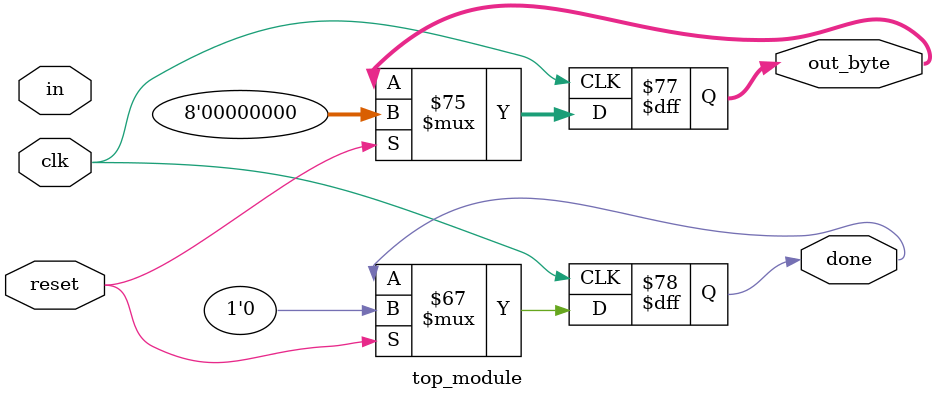
<source format=sv>
module top_module (
    input clk,
    input in,
    input reset,
    output [7:0] out_byte,
    output done
);

reg [7:0] data_byte;
reg [2:0] state;
reg start_bit_detected;
reg [2:0] count;

// Idle state
parameter IDLE = 3'b000;
// Start bit detected state
parameter START_BIT_DETECTED = 3'b001;
// Receive data bits state
parameter RECEIVE_DATA_BITS = 3'b010;
// Verify stop bit state
parameter VERIFY_STOP_BIT = 3'b011;

always @(posedge clk) begin
    if (reset) begin
        state <= IDLE;
        start_bit_detected <= 0;
        count <= 0;
        data_byte <= 0;
        done <= 0;
        out_byte <= 0;
    end else begin
        case (state)
            IDLE: begin
                if (in == 0) begin
                    state <= START_BIT_DETECTED;
                end
            end
            START_BIT_DETECTED: begin
                state <= RECEIVE_DATA_BITS;
                start_bit_detected <= 1;
            end
            RECEIVE_DATA_BITS: begin
                if (count == 7) begin
                    state <= VERIFY_STOP_BIT;
                end else begin
                    count <= count + 1;
                    data_byte <= {data_byte[6:0], in};
                end
            end
            VERIFY_STOP_BIT: begin
                if (count == 8 && in == 1) begin
                    done <= 1;
                    out_byte <= data_byte;
                    state <= IDLE;
                end else if (count == 8 && in == 0) begin
                    done <= 0;
                    state <= START_BIT_DETECTED;
                end else if (in == 1) begin
                    state <= IDLE;
                end
            end
        endcase
    end
end

endmodule

</source>
